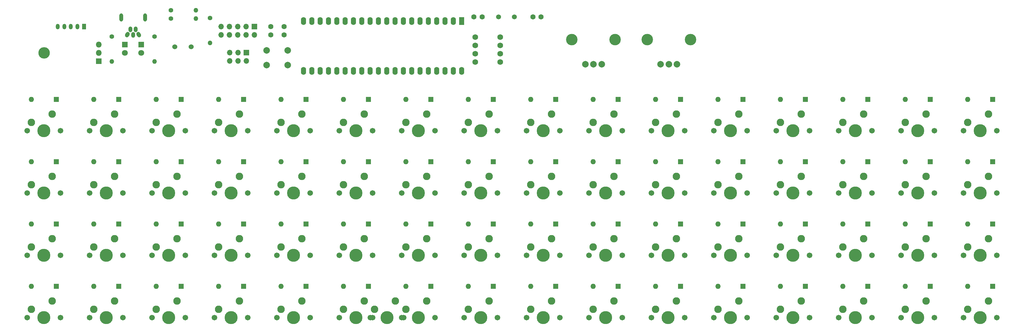
<source format=gbr>
%TF.GenerationSoftware,KiCad,Pcbnew,(6.0.7)*%
%TF.CreationDate,2022-10-07T15:47:32-04:00*%
%TF.ProjectId,planck-thk,706c616e-636b-42d7-9468-6b2e6b696361,rev?*%
%TF.SameCoordinates,Original*%
%TF.FileFunction,Soldermask,Top*%
%TF.FilePolarity,Negative*%
%FSLAX46Y46*%
G04 Gerber Fmt 4.6, Leading zero omitted, Abs format (unit mm)*
G04 Created by KiCad (PCBNEW (6.0.7)) date 2022-10-07 15:47:32*
%MOMM*%
%LPD*%
G01*
G04 APERTURE LIST*
G04 Aperture macros list*
%AMHorizOval*
0 Thick line with rounded ends*
0 $1 width*
0 $2 $3 position (X,Y) of the first rounded end (center of the circle)*
0 $4 $5 position (X,Y) of the second rounded end (center of the circle)*
0 Add line between two ends*
20,1,$1,$2,$3,$4,$5,0*
0 Add two circle primitives to create the rounded ends*
1,1,$1,$2,$3*
1,1,$1,$4,$5*%
G04 Aperture macros list end*
%ADD10R,1.600000X2.400000*%
%ADD11O,1.600000X2.400000*%
%ADD12C,3.500000*%
%ADD13C,2.000000*%
%ADD14C,1.750000*%
%ADD15O,3.500000X3.500000*%
%ADD16R,1.800000X1.800000*%
%ADD17O,1.800000X1.800000*%
%ADD18C,1.600000*%
%ADD19C,1.400000*%
%ADD20O,1.400000X1.400000*%
%ADD21C,1.500000*%
%ADD22R,1.200000X1.700000*%
%ADD23O,1.200000X1.700000*%
%ADD24HorizOval,1.250000X0.125000X-0.216506X-0.125000X0.216506X0*%
%ADD25O,1.250000X1.750000*%
%ADD26HorizOval,1.250000X0.125000X0.216506X-0.125000X-0.216506X0*%
%ADD27O,1.200000X2.500000*%
%ADD28C,1.800000*%
%ADD29C,1.524000*%
%ADD30R,1.700000X1.700000*%
%ADD31O,1.700000X1.700000*%
%ADD32R,1.600000X1.600000*%
%ADD33O,1.600000X1.600000*%
%ADD34C,1.701800*%
%ADD35C,3.987800*%
%ADD36C,2.286000*%
G04 APERTURE END LIST*
D10*
%TO.C,U1*%
X163235000Y-40260000D03*
D11*
X160695000Y-40260000D03*
X158155000Y-40260000D03*
X155615000Y-40260000D03*
X153075000Y-40260000D03*
X150535000Y-40260000D03*
X147995000Y-40260000D03*
X145455000Y-40260000D03*
X142915000Y-40260000D03*
X140375000Y-40260000D03*
X137835000Y-40260000D03*
X135295000Y-40260000D03*
X132755000Y-40260000D03*
X130215000Y-40260000D03*
X127675000Y-40260000D03*
X125135000Y-40260000D03*
X122595000Y-40260000D03*
X120055000Y-40260000D03*
X117515000Y-40260000D03*
X114975000Y-40260000D03*
X114975000Y-55500000D03*
X117515000Y-55500000D03*
X120055000Y-55500000D03*
X122595000Y-55500000D03*
X125135000Y-55500000D03*
X127675000Y-55500000D03*
X130215000Y-55500000D03*
X132755000Y-55500000D03*
X135295000Y-55500000D03*
X137835000Y-55500000D03*
X140375000Y-55500000D03*
X142915000Y-55500000D03*
X145455000Y-55500000D03*
X147995000Y-55500000D03*
X150535000Y-55500000D03*
X153075000Y-55500000D03*
X155615000Y-55500000D03*
X158155000Y-55500000D03*
X160695000Y-55500000D03*
X163235000Y-55500000D03*
%TD*%
D12*
%TO.C,SW3*%
X233075000Y-46000000D03*
X219875000Y-46000000D03*
D13*
X223975000Y-53500000D03*
X226475000Y-53500000D03*
X228975000Y-53500000D03*
%TD*%
D14*
%TO.C,SW1*%
X167375000Y-45190000D03*
X167375000Y-47730000D03*
X167375000Y-50270000D03*
X167375000Y-52810000D03*
X174995000Y-52810000D03*
X174995000Y-50270000D03*
X174995000Y-47730000D03*
X174995000Y-45190000D03*
%TD*%
D15*
%TO.C,U2*%
X35815000Y-50040000D03*
D16*
X52475000Y-52580000D03*
D17*
X52475000Y-50040000D03*
X52475000Y-47500000D03*
%TD*%
D18*
%TO.C,C1*%
X169475000Y-39000000D03*
X166975000Y-39000000D03*
%TD*%
%TO.C,C2*%
X184975000Y-39000000D03*
X187475000Y-39000000D03*
%TD*%
D19*
%TO.C,R1*%
X74475000Y-37000000D03*
D20*
X82095000Y-37000000D03*
%TD*%
D19*
%TO.C,R2*%
X74475000Y-39500000D03*
D20*
X82095000Y-39500000D03*
%TD*%
D21*
%TO.C,Y1*%
X174475000Y-39000000D03*
X179355000Y-39000000D03*
%TD*%
D18*
%TO.C,C3*%
X109075000Y-44500000D03*
X109075000Y-42000000D03*
%TD*%
%TO.C,C4*%
X104975000Y-44500000D03*
X104975000Y-42000000D03*
%TD*%
D22*
%TO.C,J2*%
X47975000Y-42000000D03*
D23*
X45975000Y-42000000D03*
X43975000Y-42000000D03*
X41975000Y-42000000D03*
X39975000Y-42000000D03*
%TD*%
D19*
%TO.C,R3*%
X86475000Y-39380000D03*
D20*
X86475000Y-47000000D03*
%TD*%
D12*
%TO.C,SW2*%
X196875000Y-46000000D03*
X210075000Y-46000000D03*
D13*
X200975000Y-53500000D03*
X203475000Y-53500000D03*
X205975000Y-53500000D03*
%TD*%
%TO.C,J8*%
X103675000Y-49250000D03*
X110175000Y-49250000D03*
X103675000Y-53750000D03*
X110175000Y-53750000D03*
%TD*%
D24*
%TO.C,USB1*%
X64700000Y-44466506D03*
D25*
X63775000Y-42800000D03*
X62975000Y-44500000D03*
X62175000Y-42800000D03*
D26*
X61250000Y-44466506D03*
D27*
X66625000Y-39200000D03*
X59325000Y-39200000D03*
%TD*%
D19*
%TO.C,R5*%
X69475000Y-45000000D03*
D20*
X69475000Y-52620000D03*
%TD*%
D19*
%TO.C,R4*%
X56475000Y-45000000D03*
D20*
X56475000Y-52620000D03*
%TD*%
D16*
%TO.C,LED1*%
X60475000Y-47500000D03*
D28*
X60475000Y-50040000D03*
%TD*%
D16*
%TO.C,LED2*%
X65475000Y-47460000D03*
D28*
X65475000Y-50000000D03*
%TD*%
D29*
%TO.C,SP1*%
X75675000Y-48200000D03*
X80675000Y-48200000D03*
%TD*%
D30*
%TO.C,J6*%
X99975000Y-42000000D03*
D31*
X99975000Y-44540000D03*
X97435000Y-42000000D03*
X97435000Y-44540000D03*
X94895000Y-42000000D03*
X94895000Y-44540000D03*
X92355000Y-42000000D03*
X92355000Y-44540000D03*
X89815000Y-42000000D03*
X89815000Y-44540000D03*
%TD*%
D30*
%TO.C,J7*%
X97555000Y-49960000D03*
D31*
X97555000Y-52500000D03*
X95015000Y-49960000D03*
X95015000Y-52500000D03*
X92475000Y-49960000D03*
X92475000Y-52500000D03*
%TD*%
D32*
%TO.C,D41*%
X230028750Y-83343750D03*
D33*
X222408750Y-83343750D03*
%TD*%
D32*
%TO.C,D37*%
X210978750Y-83343750D03*
D33*
X203358750Y-83343750D03*
%TD*%
D34*
%TO.C,K30*%
X174148750Y-111918750D03*
D35*
X169068750Y-111918750D03*
D34*
X163988750Y-111918750D03*
D36*
X171608750Y-106838750D03*
X165258750Y-109378750D03*
%TD*%
D32*
%TO.C,D49*%
X268128750Y-83343750D03*
D33*
X260508750Y-83343750D03*
%TD*%
D34*
%TO.C,K37*%
X202088750Y-92868750D03*
X212248750Y-92868750D03*
D35*
X207168750Y-92868750D03*
D36*
X209708750Y-87788750D03*
X203358750Y-90328750D03*
%TD*%
D34*
%TO.C,K13*%
X87788750Y-92868750D03*
D35*
X92868750Y-92868750D03*
D34*
X97948750Y-92868750D03*
D36*
X95408750Y-87788750D03*
X89058750Y-90328750D03*
%TD*%
D34*
%TO.C,K6*%
X59848750Y-111918750D03*
D35*
X54768750Y-111918750D03*
D34*
X49688750Y-111918750D03*
D36*
X57308750Y-106838750D03*
X50958750Y-109378750D03*
%TD*%
D32*
%TO.C,D21*%
X134778750Y-83343750D03*
D33*
X127158750Y-83343750D03*
%TD*%
D34*
%TO.C,K54*%
X278288750Y-111918750D03*
X288448750Y-111918750D03*
D35*
X283368750Y-111918750D03*
D36*
X285908750Y-106838750D03*
X279558750Y-109378750D03*
%TD*%
D32*
%TO.C,D4*%
X58578750Y-64293750D03*
D33*
X50958750Y-64293750D03*
%TD*%
D32*
%TO.C,D31*%
X172878750Y-121443750D03*
D33*
X165258750Y-121443750D03*
%TD*%
D32*
%TO.C,D39*%
X210978750Y-121443750D03*
D33*
X203358750Y-121443750D03*
%TD*%
D34*
%TO.C,K12*%
X97948750Y-73818750D03*
D35*
X92868750Y-73818750D03*
D34*
X87788750Y-73818750D03*
D36*
X95408750Y-68738750D03*
X89058750Y-71278750D03*
%TD*%
D35*
%TO.C,K11*%
X73818750Y-130968750D03*
D34*
X68738750Y-130968750D03*
X78898750Y-130968750D03*
D36*
X76358750Y-125888750D03*
X70008750Y-128428750D03*
%TD*%
D32*
%TO.C,D5*%
X58578750Y-83343750D03*
D33*
X50958750Y-83343750D03*
%TD*%
D34*
%TO.C,K56*%
X297338750Y-73818750D03*
X307498750Y-73818750D03*
D35*
X302418750Y-73818750D03*
D36*
X304958750Y-68738750D03*
X298608750Y-71278750D03*
%TD*%
D32*
%TO.C,D53*%
X287178750Y-83343750D03*
D33*
X279558750Y-83343750D03*
%TD*%
D34*
%TO.C,K17*%
X106838750Y-92868750D03*
D35*
X111918750Y-92868750D03*
D34*
X116998750Y-92868750D03*
D36*
X114458750Y-87788750D03*
X108108750Y-90328750D03*
%TD*%
D35*
%TO.C,K48*%
X264318750Y-73818750D03*
D34*
X269398750Y-73818750D03*
X259238750Y-73818750D03*
D36*
X266858750Y-68738750D03*
X260508750Y-71278750D03*
%TD*%
D34*
%TO.C,K24*%
X155098750Y-73818750D03*
D35*
X150018750Y-73818750D03*
D34*
X144938750Y-73818750D03*
D36*
X152558750Y-68738750D03*
X146208750Y-71278750D03*
%TD*%
D32*
%TO.C,D61*%
X325278750Y-83343750D03*
D33*
X317658750Y-83343750D03*
%TD*%
D34*
%TO.C,K9*%
X78898750Y-92868750D03*
D35*
X73818750Y-92868750D03*
D34*
X68738750Y-92868750D03*
D36*
X76358750Y-87788750D03*
X70008750Y-90328750D03*
%TD*%
D35*
%TO.C,K35*%
X188118750Y-130968750D03*
D34*
X183038750Y-130968750D03*
X193198750Y-130968750D03*
D36*
X190658750Y-125888750D03*
X184308750Y-128428750D03*
%TD*%
D32*
%TO.C,D29*%
X172878750Y-83343750D03*
D33*
X165258750Y-83343750D03*
%TD*%
D32*
%TO.C,D26*%
X153828750Y-102393750D03*
D33*
X146208750Y-102393750D03*
%TD*%
D32*
%TO.C,D28*%
X172878750Y-64293750D03*
D33*
X165258750Y-64293750D03*
%TD*%
D34*
%TO.C,K57*%
X297338750Y-92868750D03*
D35*
X302418750Y-92868750D03*
D34*
X307498750Y-92868750D03*
D36*
X304958750Y-87788750D03*
X298608750Y-90328750D03*
%TD*%
D35*
%TO.C,K28*%
X169068750Y-73818750D03*
D34*
X163988750Y-73818750D03*
X174148750Y-73818750D03*
D36*
X171608750Y-68738750D03*
X165258750Y-71278750D03*
%TD*%
D34*
%TO.C,K53*%
X288448750Y-92868750D03*
X278288750Y-92868750D03*
D35*
X283368750Y-92868750D03*
D36*
X285908750Y-87788750D03*
X279558750Y-90328750D03*
%TD*%
D35*
%TO.C,K58*%
X302418750Y-111918750D03*
D34*
X297338750Y-111918750D03*
X307498750Y-111918750D03*
D36*
X304958750Y-106838750D03*
X298608750Y-109378750D03*
%TD*%
D32*
%TO.C,D51*%
X268128750Y-121443750D03*
D33*
X260508750Y-121443750D03*
%TD*%
D35*
%TO.C,K10*%
X73818750Y-111918750D03*
D34*
X68738750Y-111918750D03*
X78898750Y-111918750D03*
D36*
X76358750Y-106838750D03*
X70008750Y-109378750D03*
%TD*%
D32*
%TO.C,D19*%
X115728750Y-121443750D03*
D33*
X108108750Y-121443750D03*
%TD*%
D32*
%TO.C,D25*%
X153828750Y-83343750D03*
D33*
X146208750Y-83343750D03*
%TD*%
D34*
%TO.C,K34*%
X193198750Y-111918750D03*
D35*
X188118750Y-111918750D03*
D34*
X183038750Y-111918750D03*
D36*
X190658750Y-106838750D03*
X184308750Y-109378750D03*
%TD*%
D32*
%TO.C,D36*%
X210978750Y-64293750D03*
D33*
X203358750Y-64293750D03*
%TD*%
D32*
%TO.C,D46*%
X249078750Y-102393750D03*
D33*
X241458750Y-102393750D03*
%TD*%
D32*
%TO.C,D55*%
X287178750Y-121443750D03*
D33*
X279558750Y-121443750D03*
%TD*%
D32*
%TO.C,D63*%
X325278750Y-121443750D03*
D33*
X317658750Y-121443750D03*
%TD*%
D32*
%TO.C,D57*%
X306228750Y-83343750D03*
D33*
X298608750Y-83343750D03*
%TD*%
D32*
%TO.C,D14*%
X96678750Y-102393750D03*
D33*
X89058750Y-102393750D03*
%TD*%
D34*
%TO.C,K16*%
X106838750Y-73818750D03*
D35*
X111918750Y-73818750D03*
D34*
X116998750Y-73818750D03*
D36*
X114458750Y-68738750D03*
X108108750Y-71278750D03*
%TD*%
D34*
%TO.C,K5*%
X49688750Y-92868750D03*
D35*
X54768750Y-92868750D03*
D34*
X59848750Y-92868750D03*
D36*
X57308750Y-87788750D03*
X50958750Y-90328750D03*
%TD*%
D32*
%TO.C,D33*%
X191928750Y-83343750D03*
D33*
X184308750Y-83343750D03*
%TD*%
D34*
%TO.C,K38*%
X202088750Y-111918750D03*
D35*
X207168750Y-111918750D03*
D34*
X212248750Y-111918750D03*
D36*
X209708750Y-106838750D03*
X203358750Y-109378750D03*
%TD*%
D34*
%TO.C,K44*%
X250348750Y-73818750D03*
X240188750Y-73818750D03*
D35*
X245268750Y-73818750D03*
D36*
X247808750Y-68738750D03*
X241458750Y-71278750D03*
%TD*%
D32*
%TO.C,D16*%
X115728750Y-64293750D03*
D33*
X108108750Y-64293750D03*
%TD*%
D34*
%TO.C,K46*%
X250348750Y-111918750D03*
X240188750Y-111918750D03*
D35*
X245268750Y-111918750D03*
D36*
X247808750Y-106838750D03*
X241458750Y-109378750D03*
%TD*%
D35*
%TO.C,K49*%
X264318750Y-92868750D03*
D34*
X259238750Y-92868750D03*
X269398750Y-92868750D03*
D36*
X266858750Y-87788750D03*
X260508750Y-90328750D03*
%TD*%
D34*
%TO.C,K41*%
X221138750Y-92868750D03*
D35*
X226218750Y-92868750D03*
D34*
X231298750Y-92868750D03*
D36*
X228758750Y-87788750D03*
X222408750Y-90328750D03*
%TD*%
D34*
%TO.C,K2*%
X30638750Y-111918750D03*
D35*
X35718750Y-111918750D03*
D34*
X40798750Y-111918750D03*
D36*
X38258750Y-106838750D03*
X31908750Y-109378750D03*
%TD*%
D32*
%TO.C,D38*%
X210978750Y-102393750D03*
D33*
X203358750Y-102393750D03*
%TD*%
D35*
%TO.C,K62*%
X321468750Y-111918750D03*
D34*
X326548750Y-111918750D03*
X316388750Y-111918750D03*
D36*
X324008750Y-106838750D03*
X317658750Y-109378750D03*
%TD*%
D32*
%TO.C,D10*%
X77628750Y-102393750D03*
D33*
X70008750Y-102393750D03*
%TD*%
D35*
%TO.C,K60*%
X321468750Y-73818750D03*
D34*
X326548750Y-73818750D03*
X316388750Y-73818750D03*
D36*
X324008750Y-68738750D03*
X317658750Y-71278750D03*
%TD*%
D34*
%TO.C,K31*%
X163988750Y-130968750D03*
D35*
X169068750Y-130968750D03*
D34*
X174148750Y-130968750D03*
D36*
X171608750Y-125888750D03*
X165258750Y-128428750D03*
%TD*%
D35*
%TO.C,K43*%
X226218750Y-130968750D03*
D34*
X231298750Y-130968750D03*
X221138750Y-130968750D03*
D36*
X228758750Y-125888750D03*
X222408750Y-128428750D03*
%TD*%
D34*
%TO.C,K14*%
X87788750Y-111918750D03*
X97948750Y-111918750D03*
D35*
X92868750Y-111918750D03*
D36*
X95408750Y-106838750D03*
X89058750Y-109378750D03*
%TD*%
D34*
%TO.C,K21*%
X136048750Y-92868750D03*
D35*
X130968750Y-92868750D03*
D34*
X125888750Y-92868750D03*
D36*
X133508750Y-87788750D03*
X127158750Y-90328750D03*
%TD*%
D34*
%TO.C,K39*%
X202088750Y-130968750D03*
D35*
X207168750Y-130968750D03*
D34*
X212248750Y-130968750D03*
D36*
X209708750Y-125888750D03*
X203358750Y-128428750D03*
%TD*%
D34*
%TO.C,K23*%
X145573750Y-130968750D03*
D35*
X130968750Y-130968750D03*
D34*
X125888750Y-130968750D03*
X135413750Y-130968750D03*
D35*
X140493750Y-130968750D03*
D34*
X136048750Y-130968750D03*
D36*
X143033750Y-125888750D03*
X133508750Y-125888750D03*
X136683750Y-128428750D03*
X127158750Y-128428750D03*
%TD*%
D32*
%TO.C,D40*%
X230028750Y-64293750D03*
D33*
X222408750Y-64293750D03*
%TD*%
D35*
%TO.C,K51*%
X264318750Y-130968750D03*
D34*
X269398750Y-130968750D03*
X259238750Y-130968750D03*
D36*
X266858750Y-125888750D03*
X260508750Y-128428750D03*
%TD*%
D32*
%TO.C,D12*%
X96678750Y-64293750D03*
D33*
X89058750Y-64293750D03*
%TD*%
D34*
%TO.C,K36*%
X202088750Y-73818750D03*
D35*
X207168750Y-73818750D03*
D34*
X212248750Y-73818750D03*
D36*
X209708750Y-68738750D03*
X203358750Y-71278750D03*
%TD*%
D32*
%TO.C,D24*%
X153828750Y-64293750D03*
D33*
X146208750Y-64293750D03*
%TD*%
D34*
%TO.C,K26*%
X144938750Y-111918750D03*
X155098750Y-111918750D03*
D35*
X150018750Y-111918750D03*
D36*
X152558750Y-106838750D03*
X146208750Y-109378750D03*
%TD*%
D32*
%TO.C,D8*%
X77628750Y-64293750D03*
D33*
X70008750Y-64293750D03*
%TD*%
D35*
%TO.C,K8*%
X73818750Y-73818750D03*
D34*
X78898750Y-73818750D03*
X68738750Y-73818750D03*
D36*
X76358750Y-68738750D03*
X70008750Y-71278750D03*
%TD*%
D34*
%TO.C,K40*%
X231298750Y-73818750D03*
D35*
X226218750Y-73818750D03*
D34*
X221138750Y-73818750D03*
D36*
X228758750Y-68738750D03*
X222408750Y-71278750D03*
%TD*%
D34*
%TO.C,K25*%
X144938750Y-92868750D03*
D35*
X150018750Y-92868750D03*
D34*
X155098750Y-92868750D03*
D36*
X152558750Y-87788750D03*
X146208750Y-90328750D03*
%TD*%
D32*
%TO.C,D42*%
X230028750Y-102393750D03*
D33*
X222408750Y-102393750D03*
%TD*%
D34*
%TO.C,K18*%
X116998750Y-111918750D03*
D35*
X111918750Y-111918750D03*
D34*
X106838750Y-111918750D03*
D36*
X114458750Y-106838750D03*
X108108750Y-109378750D03*
%TD*%
D32*
%TO.C,D54*%
X287178750Y-102393750D03*
D33*
X279558750Y-102393750D03*
%TD*%
D32*
%TO.C,D27*%
X153828750Y-121443750D03*
D33*
X146208750Y-121443750D03*
%TD*%
D32*
%TO.C,D18*%
X115728750Y-102393750D03*
D33*
X108108750Y-102393750D03*
%TD*%
D32*
%TO.C,D30*%
X172878750Y-102393750D03*
D33*
X165258750Y-102393750D03*
%TD*%
D32*
%TO.C,D3*%
X39528750Y-121443750D03*
D33*
X31908750Y-121443750D03*
%TD*%
D32*
%TO.C,D13*%
X96678750Y-83343750D03*
D33*
X89058750Y-83343750D03*
%TD*%
D32*
%TO.C,D47*%
X249078750Y-121443750D03*
D33*
X241458750Y-121443750D03*
%TD*%
D32*
%TO.C,D22*%
X134778750Y-102393750D03*
D33*
X127158750Y-102393750D03*
%TD*%
D32*
%TO.C,D0*%
X39528750Y-64293750D03*
D33*
X31908750Y-64293750D03*
%TD*%
D32*
%TO.C,D20*%
X134778750Y-64293750D03*
D33*
X127158750Y-64293750D03*
%TD*%
D34*
%TO.C,K0*%
X30638750Y-73818750D03*
X40798750Y-73818750D03*
D35*
X35718750Y-73818750D03*
D36*
X38258750Y-68738750D03*
X31908750Y-71278750D03*
%TD*%
D35*
%TO.C,K52*%
X283368750Y-73818750D03*
D34*
X288448750Y-73818750D03*
X278288750Y-73818750D03*
D36*
X285908750Y-68738750D03*
X279558750Y-71278750D03*
%TD*%
D32*
%TO.C,D2*%
X39528750Y-102393750D03*
D33*
X31908750Y-102393750D03*
%TD*%
D34*
%TO.C,K4*%
X49688750Y-73818750D03*
D35*
X54768750Y-73818750D03*
D34*
X59848750Y-73818750D03*
D36*
X57308750Y-68738750D03*
X50958750Y-71278750D03*
%TD*%
D32*
%TO.C,D62*%
X325278750Y-102393750D03*
D33*
X317658750Y-102393750D03*
%TD*%
D32*
%TO.C,D15*%
X96678750Y-121443750D03*
D33*
X89058750Y-121443750D03*
%TD*%
D34*
%TO.C,K3*%
X40798750Y-130968750D03*
X30638750Y-130968750D03*
D35*
X35718750Y-130968750D03*
D36*
X38258750Y-125888750D03*
X31908750Y-128428750D03*
%TD*%
D35*
%TO.C,K32*%
X188118750Y-73818750D03*
D34*
X193198750Y-73818750D03*
X183038750Y-73818750D03*
D36*
X190658750Y-68738750D03*
X184308750Y-71278750D03*
%TD*%
D34*
%TO.C,K42*%
X221138750Y-111918750D03*
X231298750Y-111918750D03*
D35*
X226218750Y-111918750D03*
D36*
X228758750Y-106838750D03*
X222408750Y-109378750D03*
%TD*%
D32*
%TO.C,D56*%
X306228750Y-64293750D03*
D33*
X298608750Y-64293750D03*
%TD*%
D32*
%TO.C,D60*%
X325278750Y-64293750D03*
D33*
X317658750Y-64293750D03*
%TD*%
D32*
%TO.C,D44*%
X249078750Y-64293750D03*
D33*
X241458750Y-64293750D03*
%TD*%
D35*
%TO.C,K55*%
X283368750Y-130968750D03*
D34*
X278288750Y-130968750D03*
X288448750Y-130968750D03*
D36*
X285908750Y-125888750D03*
X279558750Y-128428750D03*
%TD*%
D32*
%TO.C,D58*%
X306228750Y-102393750D03*
D33*
X298608750Y-102393750D03*
%TD*%
D32*
%TO.C,D59*%
X306228750Y-121443750D03*
D33*
X298608750Y-121443750D03*
%TD*%
D34*
%TO.C,K45*%
X250348750Y-92868750D03*
X240188750Y-92868750D03*
D35*
X245268750Y-92868750D03*
D36*
X247808750Y-87788750D03*
X241458750Y-90328750D03*
%TD*%
D34*
%TO.C,K29*%
X174148750Y-92868750D03*
X163988750Y-92868750D03*
D35*
X169068750Y-92868750D03*
D36*
X171608750Y-87788750D03*
X165258750Y-90328750D03*
%TD*%
D34*
%TO.C,K33*%
X193198750Y-92868750D03*
D35*
X188118750Y-92868750D03*
D34*
X183038750Y-92868750D03*
D36*
X190658750Y-87788750D03*
X184308750Y-90328750D03*
%TD*%
D34*
%TO.C,K63*%
X326548750Y-130968750D03*
D35*
X321468750Y-130968750D03*
D34*
X316388750Y-130968750D03*
D36*
X324008750Y-125888750D03*
X317658750Y-128428750D03*
%TD*%
D34*
%TO.C,K1*%
X40798750Y-92868750D03*
X30638750Y-92868750D03*
D35*
X35718750Y-92868750D03*
D36*
X38258750Y-87788750D03*
X31908750Y-90328750D03*
%TD*%
D32*
%TO.C,D6*%
X58578750Y-102393750D03*
D33*
X50958750Y-102393750D03*
%TD*%
D34*
%TO.C,K59*%
X297338750Y-130968750D03*
D35*
X302418750Y-130968750D03*
D34*
X307498750Y-130968750D03*
D36*
X304958750Y-125888750D03*
X298608750Y-128428750D03*
%TD*%
D32*
%TO.C,D52*%
X287178750Y-64293750D03*
D33*
X279558750Y-64293750D03*
%TD*%
D35*
%TO.C,K61*%
X321468750Y-92868750D03*
D34*
X316388750Y-92868750D03*
X326548750Y-92868750D03*
D36*
X324008750Y-87788750D03*
X317658750Y-90328750D03*
%TD*%
D32*
%TO.C,D48*%
X268128750Y-64293750D03*
D33*
X260508750Y-64293750D03*
%TD*%
D32*
%TO.C,D23*%
X134778750Y-121443750D03*
D33*
X127158750Y-121443750D03*
%TD*%
D35*
%TO.C,K47*%
X245268750Y-130968750D03*
D34*
X240188750Y-130968750D03*
X250348750Y-130968750D03*
D36*
X247808750Y-125888750D03*
X241458750Y-128428750D03*
%TD*%
D35*
%TO.C,K27*%
X150018750Y-130968750D03*
D34*
X155098750Y-130968750D03*
X144938750Y-130968750D03*
D36*
X152558750Y-125888750D03*
X146208750Y-128428750D03*
%TD*%
D34*
%TO.C,K7*%
X59848750Y-130968750D03*
X49688750Y-130968750D03*
D35*
X54768750Y-130968750D03*
D36*
X57308750Y-125888750D03*
X50958750Y-128428750D03*
%TD*%
D32*
%TO.C,D7*%
X58578750Y-121443750D03*
D33*
X50958750Y-121443750D03*
%TD*%
D34*
%TO.C,K50*%
X269398750Y-111918750D03*
X259238750Y-111918750D03*
D35*
X264318750Y-111918750D03*
D36*
X266858750Y-106838750D03*
X260508750Y-109378750D03*
%TD*%
D32*
%TO.C,D43*%
X230028750Y-121443750D03*
D33*
X222408750Y-121443750D03*
%TD*%
D32*
%TO.C,D9*%
X77628750Y-83343750D03*
D33*
X70008750Y-83343750D03*
%TD*%
D34*
%TO.C,K19*%
X116998750Y-130968750D03*
D35*
X111918750Y-130968750D03*
D34*
X106838750Y-130968750D03*
D36*
X114458750Y-125888750D03*
X108108750Y-128428750D03*
%TD*%
D32*
%TO.C,D32*%
X191928750Y-64293750D03*
D33*
X184308750Y-64293750D03*
%TD*%
D32*
%TO.C,D17*%
X115728750Y-83343750D03*
D33*
X108108750Y-83343750D03*
%TD*%
D34*
%TO.C,K15*%
X97948750Y-130968750D03*
X87788750Y-130968750D03*
D35*
X92868750Y-130968750D03*
D36*
X95408750Y-125888750D03*
X89058750Y-128428750D03*
%TD*%
D32*
%TO.C,D1*%
X39528750Y-83343750D03*
D33*
X31908750Y-83343750D03*
%TD*%
D35*
%TO.C,K22*%
X130968750Y-111918750D03*
D34*
X125888750Y-111918750D03*
X136048750Y-111918750D03*
D36*
X133508750Y-106838750D03*
X127158750Y-109378750D03*
%TD*%
D35*
%TO.C,K20*%
X130968750Y-73818750D03*
D34*
X125888750Y-73818750D03*
X136048750Y-73818750D03*
D36*
X133508750Y-68738750D03*
X127158750Y-71278750D03*
%TD*%
D32*
%TO.C,D11*%
X77628750Y-121443750D03*
D33*
X70008750Y-121443750D03*
%TD*%
D32*
%TO.C,D50*%
X268128750Y-102393750D03*
D33*
X260508750Y-102393750D03*
%TD*%
D32*
%TO.C,D34*%
X191928750Y-102393750D03*
D33*
X184308750Y-102393750D03*
%TD*%
D32*
%TO.C,D35*%
X191928750Y-121443750D03*
D33*
X184308750Y-121443750D03*
%TD*%
D32*
%TO.C,D45*%
X249078750Y-83343750D03*
D33*
X241458750Y-83343750D03*
%TD*%
M02*

</source>
